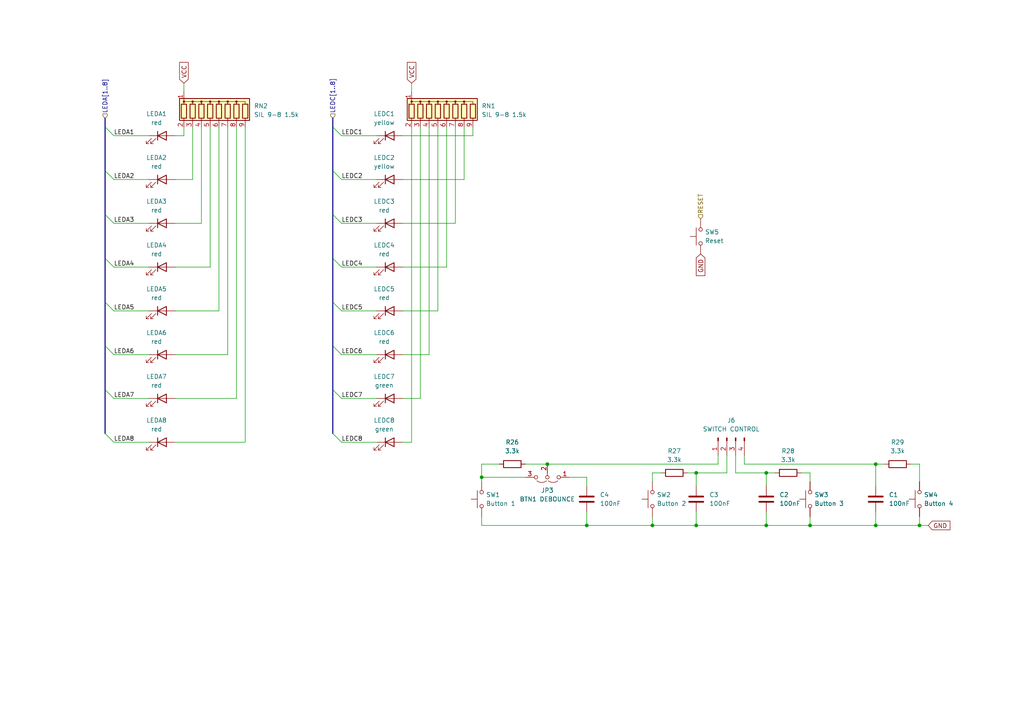
<source format=kicad_sch>
(kicad_sch (version 20211123) (generator eeschema)
  (paper "A4")
  (lib_symbols
    (symbol "Connector:Conn_01x04_Male" (pin_names (offset 1.016) hide)
      (property "Reference" "J" (at 0 5.08 0))
      (property "Value" "Conn_01x04_Male" (at 0 -7.62 0))
      (symbol "Conn_01x04_Male_1_1"
        (polyline (pts (xy 1.27 -5.08) (xy 0.8636 -5.08)) (stroke (width 0.1524)))
        (polyline (pts (xy 1.27 -2.54) (xy 0.8636 -2.54)) (stroke (width 0.1524)))
        (polyline (pts (xy 1.27 0) (xy 0.8636 0)) (stroke (width 0.1524)))
        (polyline (pts (xy 1.27 2.54) (xy 0.8636 2.54)) (stroke (width 0.1524)))
        (rectangle (start 0.8636 -4.953) (end 0 -5.207) (stroke (width 0.1524)) (fill (type outline)))
        (rectangle (start 0.8636 -2.413) (end 0 -2.667) (stroke (width 0.1524)) (fill (type outline)))
        (rectangle (start 0.8636 0.127) (end 0 -0.127) (stroke (width 0.1524)) (fill (type outline)))
        (rectangle (start 0.8636 2.667) (end 0 2.413) (stroke (width 0.1524)) (fill (type outline)))
        (pin passive line (at 5.08 2.54 180) (length 3.81) (name "Pin_1") (number "1"))
        (pin passive line (at 5.08 0 180) (length 3.81) (name "Pin_2") (number "2"))
        (pin passive line (at 5.08 -2.54 180) (length 3.81) (name "Pin_3") (number "3"))
        (pin passive line (at 5.08 -5.08 180) (length 3.81) (name "Pin_4") (number "4"))
      )
    )
    (symbol "Device:C" (pin_numbers hide) (pin_names (offset 0.254))
      (property "Reference" "C" (at 0.635 2.54 0))
      (property "Value" "C" (at 0.635 -2.54 0))
      (symbol "C_0_1"
        (polyline (pts (xy -2.032 -0.762) (xy 2.032 -0.762)) (stroke (width 0.508)))
        (polyline (pts (xy -2.032 0.762) (xy 2.032 0.762)) (stroke (width 0.508)))
      )
      (symbol "C_1_1"
        (pin passive line (at 0 3.81 270) (length 2.794) (name "~") (number "1"))
        (pin passive line (at 0 -3.81 90) (length 2.794) (name "~") (number "2"))
      )
    )
    (symbol "Device:LED" (pin_numbers hide) (pin_names (offset 1.016) hide)
      (property "Reference" "D" (at 0 2.54 0))
      (property "Value" "LED" (at 0 -2.54 0))
      (symbol "LED_0_1"
        (polyline (pts (xy -1.27 -1.27) (xy -1.27 1.27)) (stroke (width 0.254)))
        (polyline (pts (xy -1.27 0) (xy 1.27 0)))
        (polyline (pts (xy 1.27 -1.27) (xy 1.27 1.27) (xy -1.27 0) (xy 1.27 -1.27)) (stroke (width 0.254)))
        (polyline (pts (xy -3.048 -0.762) (xy -4.572 -2.286) (xy -3.81 -2.286) (xy -4.572 -2.286) (xy -4.572 -1.524)))
        (polyline (pts (xy -1.778 -0.762) (xy -3.302 -2.286) (xy -2.54 -2.286) (xy -3.302 -2.286) (xy -3.302 -1.524)))
      )
      (symbol "LED_1_1"
        (pin passive line (at -3.81 0 0) (length 2.54) (name "K") (number "1"))
        (pin passive line (at 3.81 0 180) (length 2.54) (name "A") (number "2"))
      )
    )
    (symbol "Device:R" (pin_numbers hide) (pin_names (offset 0))
      (property "Reference" "R" (at 2.032 0 90))
      (property "Value" "R" (at 0 0 90))
      (symbol "R_0_1"
        (rectangle (start -1.016 -2.54) (end 1.016 2.54) (stroke (width 0.254)))
      )
      (symbol "R_1_1"
        (pin passive line (at 0 3.81 270) (length 1.27) (name "~") (number "1"))
        (pin passive line (at 0 -3.81 90) (length 1.27) (name "~") (number "2"))
      )
    )
    (symbol "Device:R_Network08" (pin_names (offset 0) hide)
      (property "Reference" "RN" (at -12.7 0 90))
      (property "Value" "R_Network08" (at 10.16 0 90))
      (symbol "R_Network08_0_1"
        (rectangle (start -11.43 -3.175) (end 8.89 3.175) (stroke (width 0.254)) (fill (type background)))
        (rectangle (start -10.922 1.524) (end -9.398 -2.54) (stroke (width 0.254)))
        (circle (center -10.16 2.286) (radius 0.254) (fill (type outline)))
        (rectangle (start -8.382 1.524) (end -6.858 -2.54) (stroke (width 0.254)))
        (circle (center -7.62 2.286) (radius 0.254) (fill (type outline)))
        (rectangle (start -5.842 1.524) (end -4.318 -2.54) (stroke (width 0.254)))
        (circle (center -5.08 2.286) (radius 0.254) (fill (type outline)))
        (rectangle (start -3.302 1.524) (end -1.778 -2.54) (stroke (width 0.254)))
        (circle (center -2.54 2.286) (radius 0.254) (fill (type outline)))
        (rectangle (start -0.762 1.524) (end 0.762 -2.54) (stroke (width 0.254)))
        (polyline (pts (xy -10.16 -2.54) (xy -10.16 -3.81)))
        (polyline (pts (xy -7.62 -2.54) (xy -7.62 -3.81)))
        (polyline (pts (xy -5.08 -2.54) (xy -5.08 -3.81)))
        (polyline (pts (xy -2.54 -2.54) (xy -2.54 -3.81)))
        (polyline (pts (xy 0 -2.54) (xy 0 -3.81)))
        (polyline (pts (xy 2.54 -2.54) (xy 2.54 -3.81)))
        (polyline (pts (xy 5.08 -2.54) (xy 5.08 -3.81)))
        (polyline (pts (xy 7.62 -2.54) (xy 7.62 -3.81)))
        (polyline (pts (xy -10.16 1.524) (xy -10.16 2.286) (xy -7.62 2.286) (xy -7.62 1.524)))
        (polyline (pts (xy -7.62 1.524) (xy -7.62 2.286) (xy -5.08 2.286) (xy -5.08 1.524)))
        (polyline (pts (xy -5.08 1.524) (xy -5.08 2.286) (xy -2.54 2.286) (xy -2.54 1.524)))
        (polyline (pts (xy -2.54 1.524) (xy -2.54 2.286) (xy 0 2.286) (xy 0 1.524)))
        (polyline (pts (xy 0 1.524) (xy 0 2.286) (xy 2.54 2.286) (xy 2.54 1.524)))
        (polyline (pts (xy 2.54 1.524) (xy 2.54 2.286) (xy 5.08 2.286) (xy 5.08 1.524)))
        (polyline (pts (xy 5.08 1.524) (xy 5.08 2.286) (xy 7.62 2.286) (xy 7.62 1.524)))
        (circle (center 0 2.286) (radius 0.254) (fill (type outline)))
        (rectangle (start 1.778 1.524) (end 3.302 -2.54) (stroke (width 0.254)))
        (circle (center 2.54 2.286) (radius 0.254) (fill (type outline)))
        (rectangle (start 4.318 1.524) (end 5.842 -2.54) (stroke (width 0.254)))
        (circle (center 5.08 2.286) (radius 0.254) (fill (type outline)))
        (rectangle (start 6.858 1.524) (end 8.382 -2.54) (stroke (width 0.254)))
      )
      (symbol "R_Network08_1_1"
        (pin passive line (at -10.16 5.08 270) (length 2.54) (name "common") (number "1"))
        (pin passive line (at -10.16 -5.08 90) (length 1.27) (name "R1") (number "2"))
        (pin passive line (at -7.62 -5.08 90) (length 1.27) (name "R2") (number "3"))
        (pin passive line (at -5.08 -5.08 90) (length 1.27) (name "R3") (number "4"))
        (pin passive line (at -2.54 -5.08 90) (length 1.27) (name "R4") (number "5"))
        (pin passive line (at 0 -5.08 90) (length 1.27) (name "R5") (number "6"))
        (pin passive line (at 2.54 -5.08 90) (length 1.27) (name "R6") (number "7"))
        (pin passive line (at 5.08 -5.08 90) (length 1.27) (name "R7") (number "8"))
        (pin passive line (at 7.62 -5.08 90) (length 1.27) (name "R8") (number "9"))
      )
    )
    (symbol "Jumper:Jumper_3_Open" (pin_names (offset 0) hide)
      (property "Reference" "JP" (at -2.54 -2.54 0))
      (property "Value" "Jumper_3_Open" (at 0 2.794 0))
      (symbol "Jumper_3_Open_0_0"
        (circle (center -3.302 0) (radius 0.508))
        (circle (center 0 0) (radius 0.508))
        (circle (center 3.302 0) (radius 0.508))
      )
      (symbol "Jumper_3_Open_0_1"
        (arc (start -0.254 1.016) (mid -1.651 1.4992) (end -3.048 1.016))
        (polyline (pts (xy 0 -0.508) (xy 0 -1.27)))
        (arc (start 3.048 1.016) (mid 1.651 1.4992) (end 0.254 1.016))
      )
      (symbol "Jumper_3_Open_1_1"
        (pin passive line (at -6.35 0 0) (length 2.54) (name "A") (number "1"))
        (pin passive line (at 0 -3.81 90) (length 2.54) (name "C") (number "2"))
        (pin passive line (at 6.35 0 180) (length 2.54) (name "B") (number "3"))
      )
    )
    (symbol "Switch:SW_Push" (pin_numbers hide) (pin_names (offset 1.016) hide)
      (property "Reference" "SW" (at 1.27 2.54 0))
      (property "Value" "SW_Push" (at 0 -1.524 0))
      (symbol "SW_Push_0_1"
        (circle (center -2.032 0) (radius 0.508))
        (polyline (pts (xy 0 1.27) (xy 0 3.048)))
        (polyline (pts (xy 2.54 1.27) (xy -2.54 1.27)))
        (circle (center 2.032 0) (radius 0.508))
        (pin passive line (at -5.08 0 0) (length 2.54) (name "1") (number "1"))
        (pin passive line (at 5.08 0 180) (length 2.54) (name "2") (number "2"))
      )
    )
  )
  (junction (at 234.95 152.4))
  (junction (at 189.23 152.4))
  (junction (at 139.7 138.43))
  (junction (at 254 134.62))
  (junction (at 222.25 137.16))
  (junction (at 170.18 152.4))
  (junction (at 254 152.4))
  (junction (at 201.93 137.16))
  (junction (at 266.7 152.4))
  (junction (at 158.75 134.62))
  (junction (at 222.25 152.4))
  (junction (at 201.93 152.4))
  (bus_entry (at 96.52 62.23) (size 2.54 2.54))
  (bus_entry (at 30.48 62.23) (size 2.54 2.54))
  (bus_entry (at 30.48 36.83) (size 2.54 2.54))
  (bus_entry (at 30.48 87.63) (size 2.54 2.54))
  (bus_entry (at 96.52 49.53) (size 2.54 2.54))
  (bus_entry (at 96.52 87.63) (size 2.54 2.54))
  (bus_entry (at 30.48 74.93) (size 2.54 2.54))
  (bus_entry (at 30.48 113.03) (size 2.54 2.54))
  (bus_entry (at 96.52 74.93) (size 2.54 2.54))
  (bus_entry (at 30.48 49.53) (size 2.54 2.54))
  (bus_entry (at 30.48 125.73) (size 2.54 2.54))
  (bus_entry (at 96.52 100.33) (size 2.54 2.54))
  (bus_entry (at 96.52 113.03) (size 2.54 2.54))
  (bus_entry (at 96.52 36.83) (size 2.54 2.54))
  (bus_entry (at 96.52 125.73) (size 2.54 2.54))
  (bus_entry (at 30.48 100.33) (size 2.54 2.54))
  (wire (pts (xy 234.95 139.7) (xy 234.95 137.16)))
  (wire (pts (xy 99.06 77.47) (xy 109.22 77.47)))
  (wire (pts (xy 222.25 152.4) (xy 234.95 152.4)))
  (bus (pts (xy 96.52 49.53) (xy 96.52 62.23)))
  (wire (pts (xy 201.93 137.16) (xy 201.93 140.97)))
  (wire (pts (xy 58.42 64.77) (xy 50.8 64.77)))
  (wire (pts (xy 215.9 134.62) (xy 254 134.62)))
  (wire (pts (xy 99.06 52.07) (xy 109.22 52.07)))
  (bus (pts (xy 96.52 36.83) (xy 96.52 49.53)))
  (wire (pts (xy 264.16 134.62) (xy 266.7 134.62)))
  (wire (pts (xy 189.23 152.4) (xy 201.93 152.4)))
  (bus (pts (xy 96.52 62.23) (xy 96.52 74.93)))
  (wire (pts (xy 116.84 52.07) (xy 134.62 52.07)))
  (wire (pts (xy 116.84 77.47) (xy 129.54 77.47)))
  (wire (pts (xy 170.18 148.59) (xy 170.18 152.4)))
  (bus (pts (xy 96.52 100.33) (xy 96.52 113.03)))
  (wire (pts (xy 213.36 137.16) (xy 222.25 137.16)))
  (wire (pts (xy 33.02 102.87) (xy 43.18 102.87)))
  (wire (pts (xy 234.95 152.4) (xy 254 152.4)))
  (wire (pts (xy 222.25 140.97) (xy 222.25 137.16)))
  (wire (pts (xy 189.23 137.16) (xy 191.77 137.16)))
  (wire (pts (xy 99.06 90.17) (xy 109.22 90.17)))
  (wire (pts (xy 254 134.62) (xy 256.54 134.62)))
  (wire (pts (xy 222.25 148.59) (xy 222.25 152.4)))
  (wire (pts (xy 66.04 102.87) (xy 50.8 102.87)))
  (wire (pts (xy 63.5 90.17) (xy 50.8 90.17)))
  (wire (pts (xy 58.42 36.83) (xy 58.42 64.77)))
  (wire (pts (xy 129.54 77.47) (xy 129.54 36.83)))
  (wire (pts (xy 119.38 24.13) (xy 119.38 26.67)))
  (wire (pts (xy 71.12 128.27) (xy 50.8 128.27)))
  (wire (pts (xy 266.7 152.4) (xy 269.24 152.4)))
  (wire (pts (xy 158.75 134.62) (xy 208.28 134.62)))
  (bus (pts (xy 30.48 34.29) (xy 30.48 36.83)))
  (wire (pts (xy 99.06 39.37) (xy 109.22 39.37)))
  (wire (pts (xy 55.88 52.07) (xy 50.8 52.07)))
  (wire (pts (xy 139.7 138.43) (xy 139.7 139.7)))
  (bus (pts (xy 30.48 36.83) (xy 30.48 49.53)))
  (wire (pts (xy 60.96 36.83) (xy 60.96 77.47)))
  (wire (pts (xy 116.84 128.27) (xy 119.38 128.27)))
  (wire (pts (xy 60.96 77.47) (xy 50.8 77.47)))
  (wire (pts (xy 55.88 36.83) (xy 55.88 52.07)))
  (wire (pts (xy 116.84 39.37) (xy 137.16 39.37)))
  (bus (pts (xy 30.48 62.23) (xy 30.48 74.93)))
  (wire (pts (xy 139.7 149.86) (xy 139.7 152.4)))
  (wire (pts (xy 66.04 36.83) (xy 66.04 102.87)))
  (wire (pts (xy 33.02 77.47) (xy 43.18 77.47)))
  (wire (pts (xy 134.62 52.07) (xy 134.62 36.83)))
  (wire (pts (xy 170.18 152.4) (xy 189.23 152.4)))
  (wire (pts (xy 99.06 64.77) (xy 109.22 64.77)))
  (wire (pts (xy 189.23 149.86) (xy 189.23 152.4)))
  (wire (pts (xy 254 140.97) (xy 254 134.62)))
  (bus (pts (xy 96.52 34.29) (xy 96.52 36.83)))
  (wire (pts (xy 33.02 115.57) (xy 43.18 115.57)))
  (wire (pts (xy 33.02 39.37) (xy 43.18 39.37)))
  (wire (pts (xy 71.12 36.83) (xy 71.12 128.27)))
  (wire (pts (xy 201.93 148.59) (xy 201.93 152.4)))
  (bus (pts (xy 96.52 87.63) (xy 96.52 100.33)))
  (wire (pts (xy 139.7 134.62) (xy 144.78 134.62)))
  (wire (pts (xy 137.16 39.37) (xy 137.16 36.83)))
  (wire (pts (xy 139.7 134.62) (xy 139.7 138.43)))
  (wire (pts (xy 201.93 137.16) (xy 210.82 137.16)))
  (wire (pts (xy 116.84 64.77) (xy 132.08 64.77)))
  (wire (pts (xy 139.7 152.4) (xy 170.18 152.4)))
  (wire (pts (xy 53.34 36.83) (xy 53.34 39.37)))
  (wire (pts (xy 33.02 90.17) (xy 43.18 90.17)))
  (wire (pts (xy 124.46 102.87) (xy 124.46 36.83)))
  (wire (pts (xy 63.5 36.83) (xy 63.5 90.17)))
  (wire (pts (xy 119.38 128.27) (xy 119.38 36.83)))
  (wire (pts (xy 152.4 134.62) (xy 158.75 134.62)))
  (wire (pts (xy 116.84 102.87) (xy 124.46 102.87)))
  (wire (pts (xy 234.95 149.86) (xy 234.95 152.4)))
  (wire (pts (xy 266.7 134.62) (xy 266.7 139.7)))
  (wire (pts (xy 199.39 137.16) (xy 201.93 137.16)))
  (wire (pts (xy 116.84 115.57) (xy 121.92 115.57)))
  (wire (pts (xy 208.28 132.08) (xy 208.28 134.62)))
  (wire (pts (xy 116.84 90.17) (xy 127 90.17)))
  (wire (pts (xy 213.36 137.16) (xy 213.36 132.08)))
  (wire (pts (xy 266.7 149.86) (xy 266.7 152.4)))
  (wire (pts (xy 189.23 139.7) (xy 189.23 137.16)))
  (wire (pts (xy 33.02 64.77) (xy 43.18 64.77)))
  (wire (pts (xy 139.7 138.43) (xy 152.4 138.43)))
  (wire (pts (xy 68.58 36.83) (xy 68.58 115.57)))
  (wire (pts (xy 121.92 115.57) (xy 121.92 36.83)))
  (wire (pts (xy 254 152.4) (xy 266.7 152.4)))
  (wire (pts (xy 127 90.17) (xy 127 36.83)))
  (wire (pts (xy 53.34 39.37) (xy 50.8 39.37)))
  (wire (pts (xy 170.18 140.97) (xy 170.18 138.43)))
  (wire (pts (xy 215.9 132.08) (xy 215.9 134.62)))
  (wire (pts (xy 201.93 152.4) (xy 222.25 152.4)))
  (wire (pts (xy 99.06 128.27) (xy 109.22 128.27)))
  (wire (pts (xy 33.02 52.07) (xy 43.18 52.07)))
  (wire (pts (xy 99.06 115.57) (xy 109.22 115.57)))
  (bus (pts (xy 96.52 74.93) (xy 96.52 87.63)))
  (wire (pts (xy 99.06 102.87) (xy 109.22 102.87)))
  (wire (pts (xy 222.25 137.16) (xy 224.79 137.16)))
  (wire (pts (xy 232.41 137.16) (xy 234.95 137.16)))
  (bus (pts (xy 30.48 74.93) (xy 30.48 87.63)))
  (wire (pts (xy 254 148.59) (xy 254 152.4)))
  (wire (pts (xy 33.02 128.27) (xy 43.18 128.27)))
  (wire (pts (xy 68.58 115.57) (xy 50.8 115.57)))
  (bus (pts (xy 30.48 49.53) (xy 30.48 62.23)))
  (bus (pts (xy 30.48 100.33) (xy 30.48 113.03)))
  (bus (pts (xy 96.52 113.03) (xy 96.52 125.73)))
  (wire (pts (xy 210.82 137.16) (xy 210.82 132.08)))
  (wire (pts (xy 165.1 138.43) (xy 170.18 138.43)))
  (bus (pts (xy 30.48 113.03) (xy 30.48 125.73)))
  (wire (pts (xy 132.08 64.77) (xy 132.08 36.83)))
  (bus (pts (xy 30.48 87.63) (xy 30.48 100.33)))
  (wire (pts (xy 53.34 24.13) (xy 53.34 26.67)))
  (label "LEDC6" (at 99.06 102.87 0))
  (label "LEDC3" (at 99.06 64.77 0))
  (label "LEDA5" (at 33.02 90.17 0))
  (label "LEDC2" (at 99.06 52.07 0))
  (label "LEDC5" (at 99.06 90.17 0))
  (label "LEDA6" (at 33.02 102.87 0))
  (label "LEDA4" (at 33.02 77.47 0))
  (label "LEDA8" (at 33.02 128.27 0))
  (label "LEDC4" (at 99.06 77.47 0))
  (label "LEDA2" (at 33.02 52.07 0))
  (label "LEDA3" (at 33.02 64.77 0))
  (label "LEDC8" (at 99.06 128.27 0))
  (label "LEDC7" (at 99.06 115.57 0))
  (label "LEDA1" (at 33.02 39.37 0))
  (label "LEDA7" (at 33.02 115.57 0))
  (label "LEDC1" (at 99.06 39.37 0))
  (global_label "GND" (shape input) (at 269.24 152.4 0) (property "Intersheet References" "${INTERSHEET_REFS}" (effects hide)))
  (global_label "VCC" (shape input) (at 119.38 24.13 90) (property "Intersheet References" "${INTERSHEET_REFS}" (effects hide)))
  (global_label "GND" (shape input) (at 203.2 73.66 270) (property "Intersheet References" "${INTERSHEET_REFS}" (effects hide)))
  (global_label "VCC" (shape input) (at 53.34 24.13 90) (property "Intersheet References" "${INTERSHEET_REFS}" (effects hide)))
  (hierarchical_label "RESET" (shape input) (at 203.2 63.5 90))
  (hierarchical_label "LEDC[1..8]" (shape input) (at 96.52 34.29 90))
  (hierarchical_label "LEDA[1..8]" (shape input) (at 30.48 34.29 90))
  (symbol (lib_id "Device:LED") (at 113.03 39.37 0) (unit 1)
    (property "Reference" "LEDC1" (at 111.4425 33.02 0))
    (property "Value" "yellow" (at 111.4425 35.56 0))
    (property "Footprint" "LED_THT:LED_D3.0mm" (effects hide))
  )
  (symbol (lib_id "Device:LED") (at 46.99 77.47 0) (unit 1)
    (property "Reference" "LEDA4" (at 45.4025 71.12 0))
    (property "Value" "red" (at 45.4025 73.66 0))
    (property "Footprint" "LED_THT:LED_D3.0mm" (effects hide))
  )
  (symbol (lib_id "Device:R") (at 148.59 134.62 90) (unit 1)
    (property "Reference" "R26" (at 148.59 128.27 90))
    (property "Value" "3.3k" (at 148.59 130.81 90))
    (property "Footprint" "Resistor_THT:R_Axial_DIN0207_L6.3mm_D2.5mm_P10.16mm_Horizontal" (effects hide))
  )
  (symbol (lib_id "Device:R") (at 228.6 137.16 90) (unit 1)
    (property "Reference" "R28" (at 228.6 130.81 90))
    (property "Value" "3.3k" (at 228.6 133.35 90))
    (property "Footprint" "Resistor_THT:R_Axial_DIN0207_L6.3mm_D2.5mm_P10.16mm_Horizontal" (effects hide))
  )
  (symbol (lib_id "Device:LED") (at 46.99 90.17 0) (unit 1)
    (property "Reference" "LEDA5" (at 45.4025 83.82 0))
    (property "Value" "red" (at 45.4025 86.36 0))
    (property "Footprint" "LED_THT:LED_D3.0mm" (effects hide))
  )
  (symbol (lib_id "Switch:SW_Push") (at 189.23 144.78 90) (unit 1)
    (property "Reference" "SW2" (at 190.5 143.5099 90) (effects (justify right)))
    (property "Value" "Button 2" (at 190.5 146.0499 90) (effects (justify right)))
    (property "Footprint" "Button_Switch_THT:SW_PUSH_6mm" (effects hide))
    (property "Datasheet" "https://cdn-reichelt.de/documents/datenblatt/C200/JTP_1130_DB.pdf" (effects hide))
  )
  (symbol (lib_id "Device:LED") (at 46.99 102.87 0) (unit 1)
    (property "Reference" "LEDA6" (at 45.4025 96.52 0))
    (property "Value" "red" (at 45.4025 99.06 0))
    (property "Footprint" "LED_THT:LED_D3.0mm" (effects hide))
  )
  (symbol (lib_id "Device:LED") (at 113.03 64.77 0) (unit 1)
    (property "Reference" "LEDC3" (at 111.4425 58.42 0))
    (property "Value" "red" (at 111.4425 60.96 0))
    (property "Footprint" "LED_THT:LED_D3.0mm" (effects hide))
  )
  (symbol (lib_id "Device:C") (at 201.93 144.78 180) (unit 1)
    (property "Reference" "C3" (at 205.74 143.5099 0) (effects (justify right)))
    (property "Value" "100nF" (at 205.74 146.0499 0) (effects (justify right)))
    (property "Footprint" "Capacitor_THT:C_Disc_D5.0mm_W2.5mm_P5.00mm" (effects hide))
  )
  (symbol (lib_id "Device:LED") (at 113.03 128.27 0) (unit 1)
    (property "Reference" "LEDC8" (at 111.4425 121.92 0))
    (property "Value" "green" (at 111.4425 124.46 0))
    (property "Footprint" "LED_THT:LED_D3.0mm" (effects hide))
  )
  (symbol (lib_id "Device:LED") (at 113.03 77.47 0) (unit 1)
    (property "Reference" "LEDC4" (at 111.4425 71.12 0))
    (property "Value" "red" (at 111.4425 73.66 0))
    (property "Footprint" "LED_THT:LED_D3.0mm" (effects hide))
  )
  (symbol (lib_id "Jumper:Jumper_3_Open") (at 158.75 138.43 180) (unit 1)
    (property "Reference" "JP3" (at 158.75 142.24 0))
    (property "Value" "BTN1 DEBOUNCE" (at 158.75 144.78 0))
    (property "Footprint" "Connector_PinHeader_2.54mm:PinHeader_1x03_P2.54mm_Vertical" (effects hide))
  )
  (symbol (lib_id "Device:R") (at 195.58 137.16 90) (unit 1)
    (property "Reference" "R27" (at 195.58 130.81 90))
    (property "Value" "3.3k" (at 195.58 133.35 90))
    (property "Footprint" "Resistor_THT:R_Axial_DIN0207_L6.3mm_D2.5mm_P10.16mm_Horizontal" (effects hide))
  )
  (symbol (lib_id "Device:LED") (at 46.99 52.07 0) (unit 1)
    (property "Reference" "LEDA2" (at 45.4025 45.72 0))
    (property "Value" "red" (at 45.4025 48.26 0))
    (property "Footprint" "LED_THT:LED_D3.0mm" (effects hide))
  )
  (symbol (lib_id "Device:C") (at 254 144.78 180) (unit 1)
    (property "Reference" "C1" (at 257.81 143.5099 0) (effects (justify right)))
    (property "Value" "100nF" (at 257.81 146.0499 0) (effects (justify right)))
    (property "Footprint" "Capacitor_THT:C_Disc_D5.0mm_W2.5mm_P5.00mm" (effects hide))
  )
  (symbol (lib_id "Switch:SW_Push") (at 139.7 144.78 90) (unit 1)
    (property "Reference" "SW1" (at 140.97 143.5099 90) (effects (justify right)))
    (property "Value" "Button 1" (at 140.97 146.0499 90) (effects (justify right)))
    (property "Footprint" "Button_Switch_THT:SW_PUSH_6mm" (effects hide))
    (property "Datasheet" "https://cdn-reichelt.de/documents/datenblatt/C200/JTP_1130_DB.pdf" (effects hide))
  )
  (symbol (lib_id "Device:LED") (at 113.03 52.07 0) (unit 1)
    (property "Reference" "LEDC2" (at 111.4425 45.72 0))
    (property "Value" "yellow" (at 111.4425 48.26 0))
    (property "Footprint" "LED_THT:LED_D3.0mm" (effects hide))
  )
  (symbol (lib_id "Device:LED") (at 113.03 102.87 0) (unit 1)
    (property "Reference" "LEDC6" (at 111.4425 96.52 0))
    (property "Value" "red" (at 111.4425 99.06 0))
    (property "Footprint" "LED_THT:LED_D3.0mm" (effects hide))
  )
  (symbol (lib_id "Device:C") (at 222.25 144.78 180) (unit 1)
    (property "Reference" "C2" (at 226.06 143.5099 0) (effects (justify right)))
    (property "Value" "100nF" (at 226.06 146.0499 0) (effects (justify right)))
    (property "Footprint" "Capacitor_THT:C_Disc_D5.0mm_W2.5mm_P5.00mm" (effects hide))
  )
  (symbol (lib_id "Device:LED") (at 113.03 115.57 0) (unit 1)
    (property "Reference" "LEDC7" (at 111.4425 109.22 0))
    (property "Value" "green" (at 111.4425 111.76 0))
    (property "Footprint" "LED_THT:LED_D3.0mm" (effects hide))
  )
  (symbol (lib_id "Device:LED") (at 113.03 90.17 0) (unit 1)
    (property "Reference" "LEDC5" (at 111.4425 83.82 0))
    (property "Value" "red" (at 111.4425 86.36 0))
    (property "Footprint" "LED_THT:LED_D3.0mm" (effects hide))
  )
  (symbol (lib_id "Device:LED") (at 46.99 115.57 0) (unit 1)
    (property "Reference" "LEDA7" (at 45.4025 109.22 0))
    (property "Value" "red" (at 45.4025 111.76 0))
    (property "Footprint" "LED_THT:LED_D3.0mm" (effects hide))
  )
  (symbol (lib_id "Switch:SW_Push") (at 266.7 144.78 90) (unit 1)
    (property "Reference" "SW4" (at 267.97 143.5099 90) (effects (justify right)))
    (property "Value" "Button 4" (at 267.97 146.0499 90) (effects (justify right)))
    (property "Footprint" "Button_Switch_THT:SW_PUSH_6mm" (effects hide))
    (property "Datasheet" "https://cdn-reichelt.de/documents/datenblatt/C200/JTP_1130_DB.pdf" (effects hide))
  )
  (symbol (lib_id "Device:R") (at 260.35 134.62 90) (unit 1)
    (property "Reference" "R29" (at 260.35 128.27 90))
    (property "Value" "3.3k" (at 260.35 130.81 90))
    (property "Footprint" "Resistor_THT:R_Axial_DIN0207_L6.3mm_D2.5mm_P10.16mm_Horizontal" (effects hide))
  )
  (symbol (lib_id "Connector:Conn_01x04_Male") (at 210.82 127 90) (mirror x) (unit 1)
    (property "Reference" "J6" (at 212.09 121.92 90))
    (property "Value" "SWITCH CONTROL" (at 212.09 124.46 90))
    (property "Footprint" "Connector_PinHeader_2.54mm:PinHeader_1x04_P2.54mm_Vertical" (effects hide))
  )
  (symbol (lib_id "Device:LED") (at 46.99 64.77 0) (unit 1)
    (property "Reference" "LEDA3" (at 45.4025 58.42 0))
    (property "Value" "red" (at 45.4025 60.96 0))
    (property "Footprint" "LED_THT:LED_D3.0mm" (effects hide))
  )
  (symbol (lib_id "Switch:SW_Push") (at 203.2 68.58 90) (unit 1)
    (property "Reference" "SW5" (at 204.47 67.3099 90) (effects (justify right)))
    (property "Value" "Reset" (at 204.47 69.8499 90) (effects (justify right)))
    (property "Footprint" "Button_Switch_THT:SW_PUSH_6mm" (effects hide))
    (property "Datasheet" "https://cdn-reichelt.de/documents/datenblatt/C200/JTP_1130_DB.pdf" (effects hide))
  )
  (symbol (lib_id "Device:C") (at 170.18 144.78 0) (unit 1)
    (property "Reference" "C4" (at 173.99 143.5099 0) (effects (justify left)))
    (property "Value" "100nF" (at 173.99 146.0499 0) (effects (justify left)))
    (property "Footprint" "Capacitor_THT:C_Disc_D5.0mm_W2.5mm_P5.00mm" (effects hide))
  )
  (symbol (lib_id "Device:LED") (at 46.99 39.37 0) (unit 1)
    (property "Reference" "LEDA1" (at 45.4025 33.02 0))
    (property "Value" "red" (at 45.4025 35.56 0))
    (property "Footprint" "LED_THT:LED_D3.0mm" (effects hide))
  )
  (symbol (lib_id "Device:LED") (at 46.99 128.27 0) (unit 1)
    (property "Reference" "LEDA8" (at 45.4025 121.92 0))
    (property "Value" "red" (at 45.4025 124.46 0))
    (property "Footprint" "LED_THT:LED_D3.0mm" (effects hide))
  )
  (symbol (lib_id "Switch:SW_Push") (at 234.95 144.78 90) (unit 1)
    (property "Reference" "SW3" (at 236.22 143.5099 90) (effects (justify right)))
    (property "Value" "Button 3" (at 236.22 146.0499 90) (effects (justify right)))
    (property "Footprint" "Button_Switch_THT:SW_PUSH_6mm" (effects hide))
    (property "Datasheet" "https://cdn-reichelt.de/documents/datenblatt/C200/JTP_1130_DB.pdf" (effects hide))
  )
  (symbol (lib_id "Device:R_Network08") (at 63.5 31.75 0) (unit 1)
    (property "Reference" "RN2" (at 73.66 30.7339 0) (effects (justify left)))
    (property "Value" "SIL 9-8 1.5k" (at 73.66 33.2739 0) (effects (justify left)))
    (property "Footprint" "Resistor_THT:R_Array_SIP9" (effects hide))
    (property "Datasheet" "https://cdn-reichelt.de/documents/datenblatt/B400/SIL-Netzwerke%23YAG.pdf" (effects hide))
  )
  (symbol (lib_id "Device:R_Network08") (at 129.54 31.75 0) (unit 1)
    (property "Reference" "RN1" (at 139.7 30.7339 0) (effects (justify left)))
    (property "Value" "SIL 9-8 1.5k" (at 139.7 33.2739 0) (effects (justify left)))
    (property "Footprint" "Resistor_THT:R_Array_SIP9" (effects hide))
    (property "Datasheet" "https://cdn-reichelt.de/documents/datenblatt/B400/SIL-Netzwerke%23YAG.pdf" (effects hide))
  )
)
</source>
